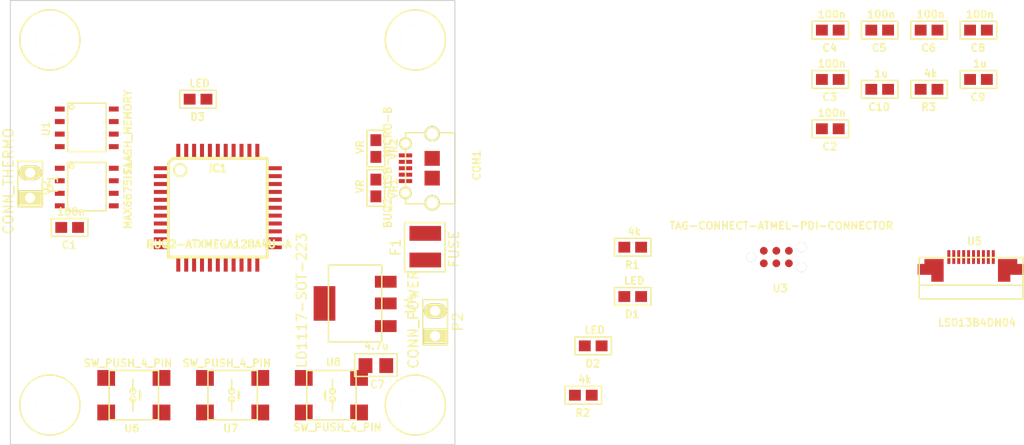
<source format=kicad_pcb>
(kicad_pcb (version 4) (host pcbnew "(2015-01-20 BZR 5383)-product")

  (general
    (links 96)
    (no_connects 96)
    (area 73 63 119 109)
    (thickness 1.6)
    (drawings 4)
    (tracks 0)
    (zones 0)
    (modules 35)
    (nets 26)
  )

  (page A4)
  (layers
    (0 F.Cu signal)
    (31 B.Cu signal)
    (32 B.Adhes user)
    (33 F.Adhes user)
    (34 B.Paste user)
    (35 F.Paste user)
    (36 B.SilkS user)
    (37 F.SilkS user)
    (38 B.Mask user)
    (39 F.Mask user)
    (40 Dwgs.User user)
    (41 Cmts.User user)
    (42 Eco1.User user)
    (43 Eco2.User user)
    (44 Edge.Cuts user)
    (45 Margin user)
    (46 B.CrtYd user)
    (47 F.CrtYd user)
    (48 B.Fab user)
    (49 F.Fab user)
  )

  (setup
    (last_trace_width 0.254)
    (trace_clearance 0.254)
    (zone_clearance 0.508)
    (zone_45_only no)
    (trace_min 0.254)
    (segment_width 0.2)
    (edge_width 0.1)
    (via_size 0.889)
    (via_drill 0.635)
    (via_min_size 0.889)
    (via_min_drill 0.508)
    (uvia_size 0.508)
    (uvia_drill 0.127)
    (uvias_allowed no)
    (uvia_min_size 0.508)
    (uvia_min_drill 0.127)
    (pcb_text_width 0.3)
    (pcb_text_size 1.5 1.5)
    (mod_edge_width 0.15)
    (mod_text_size 1 1)
    (mod_text_width 0.15)
    (pad_size 1.6 1.1)
    (pad_drill 0)
    (pad_to_mask_clearance 0)
    (aux_axis_origin 0 0)
    (visible_elements FFFFFF1F)
    (pcbplotparams
      (layerselection 0x00030_80000001)
      (usegerberextensions false)
      (excludeedgelayer true)
      (linewidth 0.100000)
      (plotframeref false)
      (viasonmask false)
      (mode 1)
      (useauxorigin false)
      (hpglpennumber 1)
      (hpglpenspeed 20)
      (hpglpendiameter 15)
      (hpglpenoverlay 2)
      (psnegative false)
      (psa4output false)
      (plotreference true)
      (plotvalue true)
      (plotinvisibletext false)
      (padsonsilk false)
      (subtractmaskfromsilk false)
      (outputformat 1)
      (mirror false)
      (drillshape 1)
      (scaleselection 1)
      (outputdirectory ""))
  )

  (net 0 "")
  (net 1 /VDD)
  (net 2 GND)
  (net 3 /VBUS)
  (net 4 /D-)
  (net 5 /D+)
  (net 6 /LD0)
  (net 7 "Net-(D1-Pad2)")
  (net 8 /LD1)
  (net 9 "Net-(D2-Pad2)")
  (net 10 /LD2)
  (net 11 "Net-(D3-Pad2)")
  (net 12 "Net-(F1-Pad2)")
  (net 13 /PDI_CLK)
  (net 14 /PDI_DATA)
  (net 15 /SCK)
  (net 16 /MISO)
  (net 17 /MOSI)
  (net 18 /BTN2)
  (net 19 /CSn_FLASH)
  (net 20 /nCS_THERMO)
  (net 21 /BTN1)
  (net 22 /BTN0)
  (net 23 /CS_DISPLAY)
  (net 24 /T+)
  (net 25 /T-)

  (net_class Default "This is the default net class."
    (clearance 0.254)
    (trace_width 0.254)
    (via_dia 0.889)
    (via_drill 0.635)
    (uvia_dia 0.508)
    (uvia_drill 0.127)
    (add_net /BTN0)
    (add_net /BTN1)
    (add_net /BTN2)
    (add_net /CS_DISPLAY)
    (add_net /CSn_FLASH)
    (add_net /D+)
    (add_net /D-)
    (add_net /LD0)
    (add_net /LD1)
    (add_net /LD2)
    (add_net /MISO)
    (add_net /MOSI)
    (add_net /PDI_CLK)
    (add_net /PDI_DATA)
    (add_net /SCK)
    (add_net /T+)
    (add_net /T-)
    (add_net /VBUS)
    (add_net /VDD)
    (add_net /nCS_THERMO)
    (add_net GND)
    (add_net "Net-(D1-Pad2)")
    (add_net "Net-(D2-Pad2)")
    (add_net "Net-(D3-Pad2)")
    (add_net "Net-(F1-Pad2)")
  )

  (module buq2:SM0603 placed (layer F.Cu) (tedit 538CC2C7) (tstamp 54BEB7A6)
    (at 80 87)
    (path /54BE9E8A)
    (fp_text reference C1 (at -0.05 1.8) (layer F.SilkS)
      (effects (font (size 0.75 0.75) (thickness 0.15)))
    )
    (fp_text value 100n (at 0.15 -1.6) (layer F.SilkS)
      (effects (font (size 0.75 0.75) (thickness 0.15)))
    )
    (fp_line (start -1.85 -0.9) (end 1.85 -0.9) (layer F.SilkS) (width 0.15))
    (fp_line (start 1.85 -0.9) (end 1.85 0.9) (layer F.SilkS) (width 0.15))
    (fp_line (start 1.85 0.9) (end -1.85 0.9) (layer F.SilkS) (width 0.15))
    (fp_line (start -1.85 0.9) (end -1.85 -0.9) (layer F.SilkS) (width 0.15))
    (pad 1 smd rect (at -0.85 0) (size 1.2 1.1) (layers F.Cu F.Paste F.Mask)
      (net 1 /VDD))
    (pad 2 smd rect (at 0.85 0) (size 1.2 1.1) (layers F.Cu F.Paste F.Mask)
      (net 2 GND))
  )

  (module buq2:SM0603 placed (layer F.Cu) (tedit 538CC2C7) (tstamp 54BEB7B0)
    (at 157 77)
    (path /54BE9A83)
    (fp_text reference C2 (at -0.05 1.8) (layer F.SilkS)
      (effects (font (size 0.75 0.75) (thickness 0.15)))
    )
    (fp_text value 100n (at 0.15 -1.6) (layer F.SilkS)
      (effects (font (size 0.75 0.75) (thickness 0.15)))
    )
    (fp_line (start -1.85 -0.9) (end 1.85 -0.9) (layer F.SilkS) (width 0.15))
    (fp_line (start 1.85 -0.9) (end 1.85 0.9) (layer F.SilkS) (width 0.15))
    (fp_line (start 1.85 0.9) (end -1.85 0.9) (layer F.SilkS) (width 0.15))
    (fp_line (start -1.85 0.9) (end -1.85 -0.9) (layer F.SilkS) (width 0.15))
    (pad 1 smd rect (at -0.85 0) (size 1.2 1.1) (layers F.Cu F.Paste F.Mask)
      (net 2 GND))
    (pad 2 smd rect (at 0.85 0) (size 1.2 1.1) (layers F.Cu F.Paste F.Mask)
      (net 1 /VDD))
  )

  (module buq2:SM0603 placed (layer F.Cu) (tedit 538CC2C7) (tstamp 54BEB7BA)
    (at 157 72)
    (path /54BE845D)
    (fp_text reference C3 (at -0.05 1.8) (layer F.SilkS)
      (effects (font (size 0.75 0.75) (thickness 0.15)))
    )
    (fp_text value 100n (at 0.15 -1.6) (layer F.SilkS)
      (effects (font (size 0.75 0.75) (thickness 0.15)))
    )
    (fp_line (start -1.85 -0.9) (end 1.85 -0.9) (layer F.SilkS) (width 0.15))
    (fp_line (start 1.85 -0.9) (end 1.85 0.9) (layer F.SilkS) (width 0.15))
    (fp_line (start 1.85 0.9) (end -1.85 0.9) (layer F.SilkS) (width 0.15))
    (fp_line (start -1.85 0.9) (end -1.85 -0.9) (layer F.SilkS) (width 0.15))
    (pad 1 smd rect (at -0.85 0) (size 1.2 1.1) (layers F.Cu F.Paste F.Mask)
      (net 2 GND))
    (pad 2 smd rect (at 0.85 0) (size 1.2 1.1) (layers F.Cu F.Paste F.Mask)
      (net 1 /VDD))
  )

  (module buq2:SM0603 placed (layer F.Cu) (tedit 538CC2C7) (tstamp 54BEB7C4)
    (at 157 67)
    (path /54BE84AE)
    (fp_text reference C4 (at -0.05 1.8) (layer F.SilkS)
      (effects (font (size 0.75 0.75) (thickness 0.15)))
    )
    (fp_text value 100n (at 0.15 -1.6) (layer F.SilkS)
      (effects (font (size 0.75 0.75) (thickness 0.15)))
    )
    (fp_line (start -1.85 -0.9) (end 1.85 -0.9) (layer F.SilkS) (width 0.15))
    (fp_line (start 1.85 -0.9) (end 1.85 0.9) (layer F.SilkS) (width 0.15))
    (fp_line (start 1.85 0.9) (end -1.85 0.9) (layer F.SilkS) (width 0.15))
    (fp_line (start -1.85 0.9) (end -1.85 -0.9) (layer F.SilkS) (width 0.15))
    (pad 1 smd rect (at -0.85 0) (size 1.2 1.1) (layers F.Cu F.Paste F.Mask)
      (net 2 GND))
    (pad 2 smd rect (at 0.85 0) (size 1.2 1.1) (layers F.Cu F.Paste F.Mask)
      (net 1 /VDD))
  )

  (module buq2:SM0603 placed (layer F.Cu) (tedit 538CC2C7) (tstamp 54BEB7CE)
    (at 162 67)
    (path /54BE84CB)
    (fp_text reference C5 (at -0.05 1.8) (layer F.SilkS)
      (effects (font (size 0.75 0.75) (thickness 0.15)))
    )
    (fp_text value 100n (at 0.15 -1.6) (layer F.SilkS)
      (effects (font (size 0.75 0.75) (thickness 0.15)))
    )
    (fp_line (start -1.85 -0.9) (end 1.85 -0.9) (layer F.SilkS) (width 0.15))
    (fp_line (start 1.85 -0.9) (end 1.85 0.9) (layer F.SilkS) (width 0.15))
    (fp_line (start 1.85 0.9) (end -1.85 0.9) (layer F.SilkS) (width 0.15))
    (fp_line (start -1.85 0.9) (end -1.85 -0.9) (layer F.SilkS) (width 0.15))
    (pad 1 smd rect (at -0.85 0) (size 1.2 1.1) (layers F.Cu F.Paste F.Mask)
      (net 2 GND))
    (pad 2 smd rect (at 0.85 0) (size 1.2 1.1) (layers F.Cu F.Paste F.Mask)
      (net 1 /VDD))
  )

  (module buq2:SM0603 placed (layer F.Cu) (tedit 538CC2C7) (tstamp 54BEB7D8)
    (at 167 67)
    (path /54BE84F5)
    (fp_text reference C6 (at -0.05 1.8) (layer F.SilkS)
      (effects (font (size 0.75 0.75) (thickness 0.15)))
    )
    (fp_text value 100n (at 0.15 -1.6) (layer F.SilkS)
      (effects (font (size 0.75 0.75) (thickness 0.15)))
    )
    (fp_line (start -1.85 -0.9) (end 1.85 -0.9) (layer F.SilkS) (width 0.15))
    (fp_line (start 1.85 -0.9) (end 1.85 0.9) (layer F.SilkS) (width 0.15))
    (fp_line (start 1.85 0.9) (end -1.85 0.9) (layer F.SilkS) (width 0.15))
    (fp_line (start -1.85 0.9) (end -1.85 -0.9) (layer F.SilkS) (width 0.15))
    (pad 1 smd rect (at -0.85 0) (size 1.2 1.1) (layers F.Cu F.Paste F.Mask)
      (net 2 GND))
    (pad 2 smd rect (at 0.85 0) (size 1.2 1.1) (layers F.Cu F.Paste F.Mask)
      (net 1 /VDD))
  )

  (module buq2:SM0805 placed (layer F.Cu) (tedit 538CC2AD) (tstamp 54BEB7E2)
    (at 111 101)
    (path /54BEBB30)
    (fp_text reference C7 (at 0.15 1.9) (layer F.SilkS)
      (effects (font (size 0.75 0.75) (thickness 0.125)))
    )
    (fp_text value 4.7u (at 0.05 -2) (layer F.SilkS)
      (effects (font (size 0.75 0.75) (thickness 0.15)))
    )
    (fp_line (start -2.15 -1.2) (end 2.15 -1.2) (layer F.SilkS) (width 0.15))
    (fp_line (start 2.15 -1.2) (end 2.15 1.1) (layer F.SilkS) (width 0.15))
    (fp_line (start 2.15 1.1) (end -2.15 1.1) (layer F.SilkS) (width 0.15))
    (fp_line (start -2.15 1.1) (end -2.15 -1.2) (layer F.SilkS) (width 0.15))
    (pad 1 smd rect (at -1.05 0) (size 1.4 1.5) (layers F.Cu F.Paste F.Mask)
      (net 1 /VDD))
    (pad 2 smd rect (at 1.05 0) (size 1.4 1.5) (layers F.Cu F.Paste F.Mask)
      (net 2 GND))
  )

  (module buq2:SM0603 placed (layer F.Cu) (tedit 538CC2C7) (tstamp 54BEB7EC)
    (at 172 67)
    (path /54BEACE1)
    (fp_text reference C8 (at -0.05 1.8) (layer F.SilkS)
      (effects (font (size 0.75 0.75) (thickness 0.15)))
    )
    (fp_text value 100n (at 0.15 -1.6) (layer F.SilkS)
      (effects (font (size 0.75 0.75) (thickness 0.15)))
    )
    (fp_line (start -1.85 -0.9) (end 1.85 -0.9) (layer F.SilkS) (width 0.15))
    (fp_line (start 1.85 -0.9) (end 1.85 0.9) (layer F.SilkS) (width 0.15))
    (fp_line (start 1.85 0.9) (end -1.85 0.9) (layer F.SilkS) (width 0.15))
    (fp_line (start -1.85 0.9) (end -1.85 -0.9) (layer F.SilkS) (width 0.15))
    (pad 1 smd rect (at -0.85 0) (size 1.2 1.1) (layers F.Cu F.Paste F.Mask)
      (net 1 /VDD))
    (pad 2 smd rect (at 0.85 0) (size 1.2 1.1) (layers F.Cu F.Paste F.Mask)
      (net 2 GND))
  )

  (module buq2:SM0603 placed (layer F.Cu) (tedit 538CC2C7) (tstamp 54BEB7F6)
    (at 172 72)
    (path /54BEAD22)
    (fp_text reference C9 (at -0.05 1.8) (layer F.SilkS)
      (effects (font (size 0.75 0.75) (thickness 0.15)))
    )
    (fp_text value 1u (at 0.15 -1.6) (layer F.SilkS)
      (effects (font (size 0.75 0.75) (thickness 0.15)))
    )
    (fp_line (start -1.85 -0.9) (end 1.85 -0.9) (layer F.SilkS) (width 0.15))
    (fp_line (start 1.85 -0.9) (end 1.85 0.9) (layer F.SilkS) (width 0.15))
    (fp_line (start 1.85 0.9) (end -1.85 0.9) (layer F.SilkS) (width 0.15))
    (fp_line (start -1.85 0.9) (end -1.85 -0.9) (layer F.SilkS) (width 0.15))
    (pad 1 smd rect (at -0.85 0) (size 1.2 1.1) (layers F.Cu F.Paste F.Mask)
      (net 1 /VDD))
    (pad 2 smd rect (at 0.85 0) (size 1.2 1.1) (layers F.Cu F.Paste F.Mask)
      (net 2 GND))
  )

  (module buq2:SM0603 placed (layer F.Cu) (tedit 538CC2C7) (tstamp 54BEB800)
    (at 162 73)
    (path /54BEAD65)
    (fp_text reference C10 (at -0.05 1.8) (layer F.SilkS)
      (effects (font (size 0.75 0.75) (thickness 0.15)))
    )
    (fp_text value 1u (at 0.15 -1.6) (layer F.SilkS)
      (effects (font (size 0.75 0.75) (thickness 0.15)))
    )
    (fp_line (start -1.85 -0.9) (end 1.85 -0.9) (layer F.SilkS) (width 0.15))
    (fp_line (start 1.85 -0.9) (end 1.85 0.9) (layer F.SilkS) (width 0.15))
    (fp_line (start 1.85 0.9) (end -1.85 0.9) (layer F.SilkS) (width 0.15))
    (fp_line (start -1.85 0.9) (end -1.85 -0.9) (layer F.SilkS) (width 0.15))
    (pad 1 smd rect (at -0.85 0) (size 1.2 1.1) (layers F.Cu F.Paste F.Mask)
      (net 1 /VDD))
    (pad 2 smd rect (at 0.85 0) (size 1.2 1.1) (layers F.Cu F.Paste F.Mask)
      (net 2 GND))
  )

  (module buq2:USB-MICRO-B-FCI-10118194 placed (layer F.Cu) (tedit 5461AE2A) (tstamp 54BEB817)
    (at 114 81 90)
    (descr http://portal.fciconnect.com/Comergent//fci/drawing/10118194.pdf)
    (tags "FCI, USB, MICRO B")
    (path /54BE94B8)
    (fp_text reference CON1 (at 0.3 7.2 90) (layer F.SilkS)
      (effects (font (size 0.75 0.75) (thickness 0.15)))
    )
    (fp_text value BUQ2-USB-MICRO-B (at 0.1 -1.8 90) (layer F.SilkS)
      (effects (font (size 0.75 0.75) (thickness 0.15)))
    )
    (fp_text user "This portion lower than PCB" (at 0.25 6 90) (layer Dwgs.User)
      (effects (font (size 0.5 0.5) (thickness 0.125)))
    )
    (fp_line (start 3.6 5) (end 3.6 5.55) (layer Dwgs.User) (width 0.15))
    (fp_line (start 3.6 5.55) (end -3.6 5.55) (layer Dwgs.User) (width 0.15))
    (fp_line (start -3.6 5.55) (end -3.6 5) (layer Dwgs.User) (width 0.15))
    (fp_line (start 3.6 0) (end -3.6 0) (layer F.SilkS) (width 0.15))
    (fp_line (start -3.6 5) (end 3.6 5) (layer F.SilkS) (width 0.15))
    (fp_line (start 3.6 0) (end 3.6 5) (layer F.SilkS) (width 0.15))
    (fp_line (start -3.6 5) (end -3.6 0) (layer F.SilkS) (width 0.15))
    (pad 1 smd rect (at -1.3 0 90) (size 0.4 1.35) (layers F.Cu F.Paste F.Mask)
      (net 3 /VBUS))
    (pad 2 smd rect (at -0.65 0 90) (size 0.4 1.35) (layers F.Cu F.Paste F.Mask)
      (net 4 /D-))
    (pad 3 smd rect (at 0 0 90) (size 0.4 1.35) (layers F.Cu F.Paste F.Mask)
      (net 5 /D+))
    (pad 4 smd rect (at 0.65 0 90) (size 0.4 1.35) (layers F.Cu F.Paste F.Mask))
    (pad 5 smd rect (at 1.3 0 90) (size 0.4 1.35) (layers F.Cu F.Paste F.Mask)
      (net 2 GND))
    (pad 6 thru_hole circle (at 2.5 0 90) (size 1.25 1.25) (drill 0.85) (layers *.Cu *.Mask F.SilkS)
      (net 2 GND))
    (pad 6 thru_hole circle (at -2.5 0 90) (size 1.25 1.25) (drill 0.85) (layers *.Cu *.Mask F.SilkS)
      (net 2 GND))
    (pad 6 thru_hole circle (at 3.5 2.7 90) (size 1.55 1.55) (drill 1.15) (layers *.Cu *.Mask F.SilkS)
      (net 2 GND))
    (pad 6 thru_hole circle (at -3.5 2.7 90) (size 1.55 1.55) (drill 1.15) (layers *.Cu *.Mask F.SilkS)
      (net 2 GND))
    (pad 6 smd rect (at 1 2.7 90) (size 1.5 1.55) (layers F.Cu F.Paste F.Mask)
      (net 2 GND))
    (pad 6 smd rect (at -1 2.7 90) (size 1.5 1.55) (layers F.Cu F.Paste F.Mask)
      (net 2 GND))
  )

  (module buq2:SM0603 placed (layer F.Cu) (tedit 538CC2C7) (tstamp 54BEB821)
    (at 137 94)
    (path /54BECE59)
    (fp_text reference D1 (at -0.05 1.8) (layer F.SilkS)
      (effects (font (size 0.75 0.75) (thickness 0.15)))
    )
    (fp_text value LED (at 0.15 -1.6) (layer F.SilkS)
      (effects (font (size 0.75 0.75) (thickness 0.15)))
    )
    (fp_line (start -1.85 -0.9) (end 1.85 -0.9) (layer F.SilkS) (width 0.15))
    (fp_line (start 1.85 -0.9) (end 1.85 0.9) (layer F.SilkS) (width 0.15))
    (fp_line (start 1.85 0.9) (end -1.85 0.9) (layer F.SilkS) (width 0.15))
    (fp_line (start -1.85 0.9) (end -1.85 -0.9) (layer F.SilkS) (width 0.15))
    (pad 1 smd rect (at -0.85 0) (size 1.2 1.1) (layers F.Cu F.Paste F.Mask)
      (net 6 /LD0))
    (pad 2 smd rect (at 0.85 0) (size 1.2 1.1) (layers F.Cu F.Paste F.Mask)
      (net 7 "Net-(D1-Pad2)"))
  )

  (module buq2:SM0603 placed (layer F.Cu) (tedit 538CC2C7) (tstamp 54BEB82B)
    (at 133 99)
    (path /54BED2DA)
    (fp_text reference D2 (at -0.05 1.8) (layer F.SilkS)
      (effects (font (size 0.75 0.75) (thickness 0.15)))
    )
    (fp_text value LED (at 0.15 -1.6) (layer F.SilkS)
      (effects (font (size 0.75 0.75) (thickness 0.15)))
    )
    (fp_line (start -1.85 -0.9) (end 1.85 -0.9) (layer F.SilkS) (width 0.15))
    (fp_line (start 1.85 -0.9) (end 1.85 0.9) (layer F.SilkS) (width 0.15))
    (fp_line (start 1.85 0.9) (end -1.85 0.9) (layer F.SilkS) (width 0.15))
    (fp_line (start -1.85 0.9) (end -1.85 -0.9) (layer F.SilkS) (width 0.15))
    (pad 1 smd rect (at -0.85 0) (size 1.2 1.1) (layers F.Cu F.Paste F.Mask)
      (net 8 /LD1))
    (pad 2 smd rect (at 0.85 0) (size 1.2 1.1) (layers F.Cu F.Paste F.Mask)
      (net 9 "Net-(D2-Pad2)"))
  )

  (module buq2:SM0603 placed (layer F.Cu) (tedit 538CC2C7) (tstamp 54BEB835)
    (at 93 74)
    (path /54BED34B)
    (fp_text reference D3 (at -0.05 1.8) (layer F.SilkS)
      (effects (font (size 0.75 0.75) (thickness 0.15)))
    )
    (fp_text value LED (at 0.15 -1.6) (layer F.SilkS)
      (effects (font (size 0.75 0.75) (thickness 0.15)))
    )
    (fp_line (start -1.85 -0.9) (end 1.85 -0.9) (layer F.SilkS) (width 0.15))
    (fp_line (start 1.85 -0.9) (end 1.85 0.9) (layer F.SilkS) (width 0.15))
    (fp_line (start 1.85 0.9) (end -1.85 0.9) (layer F.SilkS) (width 0.15))
    (fp_line (start -1.85 0.9) (end -1.85 -0.9) (layer F.SilkS) (width 0.15))
    (pad 1 smd rect (at -0.85 0) (size 1.2 1.1) (layers F.Cu F.Paste F.Mask)
      (net 10 /LD2))
    (pad 2 smd rect (at 0.85 0) (size 1.2 1.1) (layers F.Cu F.Paste F.Mask)
      (net 11 "Net-(D3-Pad2)"))
  )

  (module buq2:RESETTABLE_FUSE_BOURNS placed (layer F.Cu) (tedit 538CC323) (tstamp 54BEB83F)
    (at 116 89 270)
    (path /54BEBD00)
    (fp_text reference F1 (at 0 3 270) (layer F.SilkS)
      (effects (font (size 1 1) (thickness 0.15)))
    )
    (fp_text value FUSE (at 0.2 -2.9 270) (layer F.SilkS)
      (effects (font (size 1 1) (thickness 0.15)))
    )
    (fp_line (start -2.5 -2) (end 2.5 -2) (layer F.SilkS) (width 0.15))
    (fp_line (start 2.5 -2) (end 2.5 2.1) (layer F.SilkS) (width 0.15))
    (fp_line (start 2.5 2.1) (end -2.5 2.1) (layer F.SilkS) (width 0.15))
    (fp_line (start -2.5 2.1) (end -2.5 -2) (layer F.SilkS) (width 0.15))
    (pad 1 smd rect (at -1.4 0 270) (size 1.5 3.2) (layers F.Cu F.Paste F.Mask)
      (net 3 /VBUS))
    (pad 2 smd rect (at 1.3 0 270) (size 1.5 3.2) (layers F.Cu F.Paste F.Mask)
      (net 12 "Net-(F1-Pad2)"))
  )

  (module buq2:BUQ2-TQFP44 placed (layer F.Cu) (tedit 5461AD2A) (tstamp 54BEB875)
    (at 95 85)
    (path /54BE8389)
    (attr smd)
    (fp_text reference IC1 (at 0 -4) (layer F.SilkS)
      (effects (font (size 0.75 0.75) (thickness 0.1875)))
    )
    (fp_text value BUQ2-ATXMEGA128A4U-A (at 0.1 3.7) (layer F.SilkS)
      (effects (font (size 0.75 0.75) (thickness 0.1875)))
    )
    (fp_line (start 5.0038 -5.0038) (end 5.0038 5.0038) (layer F.SilkS) (width 0.3048))
    (fp_line (start 5.0038 5.0038) (end -5.0038 5.0038) (layer F.SilkS) (width 0.3048))
    (fp_line (start -5.0038 -4.5212) (end -5.0038 5.0038) (layer F.SilkS) (width 0.3048))
    (fp_line (start -4.5212 -5.0038) (end 5.0038 -5.0038) (layer F.SilkS) (width 0.3048))
    (fp_line (start -5.0038 -4.5212) (end -4.5212 -5.0038) (layer F.SilkS) (width 0.3048))
    (fp_circle (center -3.81 -3.81) (end -3.81 -3.175) (layer F.SilkS) (width 0.2032))
    (pad 39 smd rect (at 0 -5.715) (size 0.4064 1.524) (layers F.Cu F.Paste F.Mask)
      (net 1 /VDD))
    (pad 40 smd rect (at -0.8001 -5.715) (size 0.4064 1.524) (layers F.Cu F.Paste F.Mask)
      (net 6 /LD0))
    (pad 41 smd rect (at -1.6002 -5.715) (size 0.4064 1.524) (layers F.Cu F.Paste F.Mask)
      (net 8 /LD1))
    (pad 42 smd rect (at -2.4003 -5.715) (size 0.4064 1.524) (layers F.Cu F.Paste F.Mask)
      (net 10 /LD2))
    (pad 43 smd rect (at -3.2004 -5.715) (size 0.4064 1.524) (layers F.Cu F.Paste F.Mask))
    (pad 44 smd rect (at -4.0005 -5.715) (size 0.4064 1.524) (layers F.Cu F.Paste F.Mask))
    (pad 38 smd rect (at 0.8001 -5.715) (size 0.4064 1.524) (layers F.Cu F.Paste F.Mask)
      (net 2 GND))
    (pad 37 smd rect (at 1.6002 -5.715) (size 0.4064 1.524) (layers F.Cu F.Paste F.Mask))
    (pad 36 smd rect (at 2.4003 -5.715) (size 0.4064 1.524) (layers F.Cu F.Paste F.Mask))
    (pad 35 smd rect (at 3.2004 -5.715) (size 0.4064 1.524) (layers F.Cu F.Paste F.Mask)
      (net 13 /PDI_CLK))
    (pad 34 smd rect (at 4.0005 -5.715) (size 0.4064 1.524) (layers F.Cu F.Paste F.Mask)
      (net 14 /PDI_DATA))
    (pad 17 smd rect (at 0 5.715) (size 0.4064 1.524) (layers F.Cu F.Paste F.Mask)
      (net 15 /SCK))
    (pad 16 smd rect (at -0.8001 5.715) (size 0.4064 1.524) (layers F.Cu F.Paste F.Mask)
      (net 16 /MISO))
    (pad 15 smd rect (at -1.6002 5.715) (size 0.4064 1.524) (layers F.Cu F.Paste F.Mask)
      (net 17 /MOSI))
    (pad 14 smd rect (at -2.4003 5.715) (size 0.4064 1.524) (layers F.Cu F.Paste F.Mask))
    (pad 13 smd rect (at -3.2004 5.715) (size 0.4064 1.524) (layers F.Cu F.Paste F.Mask))
    (pad 12 smd rect (at -4.0005 5.715) (size 0.4064 1.524) (layers F.Cu F.Paste F.Mask))
    (pad 18 smd rect (at 0.8001 5.715) (size 0.4064 1.524) (layers F.Cu F.Paste F.Mask)
      (net 2 GND))
    (pad 19 smd rect (at 1.6002 5.715) (size 0.4064 1.524) (layers F.Cu F.Paste F.Mask)
      (net 1 /VDD))
    (pad 20 smd rect (at 2.4003 5.715) (size 0.4064 1.524) (layers F.Cu F.Paste F.Mask))
    (pad 21 smd rect (at 3.2004 5.715) (size 0.4064 1.524) (layers F.Cu F.Paste F.Mask))
    (pad 22 smd rect (at 4.0005 5.715) (size 0.4064 1.524) (layers F.Cu F.Paste F.Mask))
    (pad 6 smd rect (at -5.715 0) (size 1.524 0.4064) (layers F.Cu F.Paste F.Mask)
      (net 18 /BTN2))
    (pad 28 smd rect (at 5.715 0) (size 1.524 0.4064) (layers F.Cu F.Paste F.Mask)
      (net 19 /CSn_FLASH))
    (pad 7 smd rect (at -5.715 0.8001) (size 1.524 0.4064) (layers F.Cu F.Paste F.Mask))
    (pad 27 smd rect (at 5.715 0.8001) (size 1.524 0.4064) (layers F.Cu F.Paste F.Mask)
      (net 5 /D+))
    (pad 26 smd rect (at 5.715 1.6002) (size 1.524 0.4064) (layers F.Cu F.Paste F.Mask)
      (net 4 /D-))
    (pad 8 smd rect (at -5.715 1.6002) (size 1.524 0.4064) (layers F.Cu F.Paste F.Mask)
      (net 2 GND))
    (pad 9 smd rect (at -5.715 2.4003) (size 1.524 0.4064) (layers F.Cu F.Paste F.Mask)
      (net 1 /VDD))
    (pad 25 smd rect (at 5.715 2.4003) (size 1.524 0.4064) (layers F.Cu F.Paste F.Mask))
    (pad 24 smd rect (at 5.715 3.2004) (size 1.524 0.4064) (layers F.Cu F.Paste F.Mask))
    (pad 10 smd rect (at -5.715 3.2004) (size 1.524 0.4064) (layers F.Cu F.Paste F.Mask))
    (pad 11 smd rect (at -5.715 4.0005) (size 1.524 0.4064) (layers F.Cu F.Paste F.Mask))
    (pad 23 smd rect (at 5.715 4.0005) (size 1.524 0.4064) (layers F.Cu F.Paste F.Mask))
    (pad 29 smd rect (at 5.715 -0.8001) (size 1.524 0.4064) (layers F.Cu F.Paste F.Mask)
      (net 20 /nCS_THERMO))
    (pad 5 smd rect (at -5.715 -0.8001) (size 1.524 0.4064) (layers F.Cu F.Paste F.Mask)
      (net 21 /BTN1))
    (pad 4 smd rect (at -5.715 -1.6002) (size 1.524 0.4064) (layers F.Cu F.Paste F.Mask)
      (net 22 /BTN0))
    (pad 30 smd rect (at 5.715 -1.6002) (size 1.524 0.4064) (layers F.Cu F.Paste F.Mask)
      (net 2 GND))
    (pad 31 smd rect (at 5.715 -2.4003) (size 1.524 0.4064) (layers F.Cu F.Paste F.Mask)
      (net 1 /VDD))
    (pad 3 smd rect (at -5.715 -2.4003) (size 1.524 0.4064) (layers F.Cu F.Paste F.Mask))
    (pad 2 smd rect (at -5.715 -3.2004) (size 1.524 0.4064) (layers F.Cu F.Paste F.Mask))
    (pad 32 smd rect (at 5.715 -3.2004) (size 1.524 0.4064) (layers F.Cu F.Paste F.Mask)
      (net 23 /CS_DISPLAY))
    (pad 33 smd rect (at 5.715 -4.0005) (size 1.524 0.4064) (layers F.Cu F.Paste F.Mask))
    (pad 1 smd rect (at -5.715 -4.0005) (size 1.524 0.4064) (layers F.Cu F.Paste F.Mask))
  )

  (module buq2:PIN_HEADER_2 placed (layer F.Cu) (tedit 54611895) (tstamp 54BEB87F)
    (at 76 84 90)
    (path /54BEA1D6)
    (fp_text reference P1 (at 1.4335 2.3 90) (layer F.SilkS)
      (effects (font (size 1 1) (thickness 0.15)))
    )
    (fp_text value CONN_THERMO (at 1.6835 -2.2 90) (layer F.SilkS)
      (effects (font (size 1 1) (thickness 0.15)))
    )
    (fp_line (start -0.9165 -1.25) (end -0.9165 1.25) (layer F.SilkS) (width 0.15))
    (fp_line (start -0.9065 1.25) (end 3.6935 1.25) (layer F.SilkS) (width 0.15))
    (fp_line (start 3.6835 1.25) (end 3.6835 -1.25) (layer F.SilkS) (width 0.15))
    (fp_line (start 3.6935 -1.25) (end -0.9065 -1.25) (layer F.SilkS) (width 0.15))
    (pad 1 thru_hole rect (at 0 0 90) (size 1.5 2.3) (drill 1.02) (layers *.Cu *.Mask F.SilkS)
      (net 24 /T+))
    (pad 2 thru_hole oval (at 2.54 0 90) (size 1.5 2.3) (drill 1.02) (layers *.Cu *.Mask F.SilkS)
      (net 25 /T-))
  )

  (module buq2:PIN_HEADER_2 placed (layer F.Cu) (tedit 54611895) (tstamp 54BEB889)
    (at 117 98 90)
    (path /54BEB6B2)
    (fp_text reference P2 (at 1.4335 2.3 90) (layer F.SilkS)
      (effects (font (size 1 1) (thickness 0.15)))
    )
    (fp_text value CONN_POWER (at 1.6835 -2.2 90) (layer F.SilkS)
      (effects (font (size 1 1) (thickness 0.15)))
    )
    (fp_line (start -0.9165 -1.25) (end -0.9165 1.25) (layer F.SilkS) (width 0.15))
    (fp_line (start -0.9065 1.25) (end 3.6935 1.25) (layer F.SilkS) (width 0.15))
    (fp_line (start 3.6835 1.25) (end 3.6835 -1.25) (layer F.SilkS) (width 0.15))
    (fp_line (start 3.6935 -1.25) (end -0.9065 -1.25) (layer F.SilkS) (width 0.15))
    (pad 1 thru_hole rect (at 0 0 90) (size 1.5 2.3) (drill 1.02) (layers *.Cu *.Mask F.SilkS)
      (net 2 GND))
    (pad 2 thru_hole oval (at 2.54 0 90) (size 1.5 2.3) (drill 1.02) (layers *.Cu *.Mask F.SilkS)
      (net 3 /VBUS))
  )

  (module buq2:SM0603 placed (layer F.Cu) (tedit 538CC2C7) (tstamp 54BEB893)
    (at 137 89)
    (path /54BECF0E)
    (fp_text reference R1 (at -0.05 1.8) (layer F.SilkS)
      (effects (font (size 0.75 0.75) (thickness 0.15)))
    )
    (fp_text value 4k (at 0.15 -1.6) (layer F.SilkS)
      (effects (font (size 0.75 0.75) (thickness 0.15)))
    )
    (fp_line (start -1.85 -0.9) (end 1.85 -0.9) (layer F.SilkS) (width 0.15))
    (fp_line (start 1.85 -0.9) (end 1.85 0.9) (layer F.SilkS) (width 0.15))
    (fp_line (start 1.85 0.9) (end -1.85 0.9) (layer F.SilkS) (width 0.15))
    (fp_line (start -1.85 0.9) (end -1.85 -0.9) (layer F.SilkS) (width 0.15))
    (pad 1 smd rect (at -0.85 0) (size 1.2 1.1) (layers F.Cu F.Paste F.Mask)
      (net 2 GND))
    (pad 2 smd rect (at 0.85 0) (size 1.2 1.1) (layers F.Cu F.Paste F.Mask)
      (net 7 "Net-(D1-Pad2)"))
  )

  (module buq2:SM0603 placed (layer F.Cu) (tedit 538CC2C7) (tstamp 54BEB89D)
    (at 132 104)
    (path /54BED2E0)
    (fp_text reference R2 (at -0.05 1.8) (layer F.SilkS)
      (effects (font (size 0.75 0.75) (thickness 0.15)))
    )
    (fp_text value 4k (at 0.15 -1.6) (layer F.SilkS)
      (effects (font (size 0.75 0.75) (thickness 0.15)))
    )
    (fp_line (start -1.85 -0.9) (end 1.85 -0.9) (layer F.SilkS) (width 0.15))
    (fp_line (start 1.85 -0.9) (end 1.85 0.9) (layer F.SilkS) (width 0.15))
    (fp_line (start 1.85 0.9) (end -1.85 0.9) (layer F.SilkS) (width 0.15))
    (fp_line (start -1.85 0.9) (end -1.85 -0.9) (layer F.SilkS) (width 0.15))
    (pad 1 smd rect (at -0.85 0) (size 1.2 1.1) (layers F.Cu F.Paste F.Mask)
      (net 2 GND))
    (pad 2 smd rect (at 0.85 0) (size 1.2 1.1) (layers F.Cu F.Paste F.Mask)
      (net 9 "Net-(D2-Pad2)"))
  )

  (module buq2:SM0603 placed (layer F.Cu) (tedit 538CC2C7) (tstamp 54BEB8A7)
    (at 167 73)
    (path /54BED351)
    (fp_text reference R3 (at -0.05 1.8) (layer F.SilkS)
      (effects (font (size 0.75 0.75) (thickness 0.15)))
    )
    (fp_text value 4k (at 0.15 -1.6) (layer F.SilkS)
      (effects (font (size 0.75 0.75) (thickness 0.15)))
    )
    (fp_line (start -1.85 -0.9) (end 1.85 -0.9) (layer F.SilkS) (width 0.15))
    (fp_line (start 1.85 -0.9) (end 1.85 0.9) (layer F.SilkS) (width 0.15))
    (fp_line (start 1.85 0.9) (end -1.85 0.9) (layer F.SilkS) (width 0.15))
    (fp_line (start -1.85 0.9) (end -1.85 -0.9) (layer F.SilkS) (width 0.15))
    (pad 1 smd rect (at -0.85 0) (size 1.2 1.1) (layers F.Cu F.Paste F.Mask)
      (net 2 GND))
    (pad 2 smd rect (at 0.85 0) (size 1.2 1.1) (layers F.Cu F.Paste F.Mask)
      (net 11 "Net-(D3-Pad2)"))
  )

  (module buq2:8-SOIC placed (layer F.Cu) (tedit 5461ACC8) (tstamp 54BEB8B8)
    (at 79 75 270)
    (path /54BE9965)
    (fp_text reference U1 (at 2 1.4 270) (layer F.SilkS)
      (effects (font (size 0.75 0.75) (thickness 0.15)))
    )
    (fp_text value FLASH_MEMORY (at 2.31 -6.9 270) (layer F.SilkS)
      (effects (font (size 0.75 0.75) (thickness 0.15)))
    )
    (fp_circle (center -0.19 -1.2) (end -0.09 -1) (layer F.SilkS) (width 0.15))
    (fp_line (start -0.59 -4.7) (end 4.31 -4.7) (layer F.SilkS) (width 0.15))
    (fp_line (start 4.31 -4.7) (end 4.31 -0.8) (layer F.SilkS) (width 0.15))
    (fp_line (start 4.31 -0.8) (end -0.59 -0.8) (layer F.SilkS) (width 0.15))
    (fp_line (start -0.59 -0.8) (end -0.59 -4.7) (layer F.SilkS) (width 0.15))
    (pad 1 smd rect (at 0 0 270) (size 0.51 0.99) (layers F.Cu F.Paste F.Mask)
      (net 19 /CSn_FLASH))
    (pad 2 smd rect (at 1.27 0 270) (size 0.51 0.99) (layers F.Cu F.Paste F.Mask)
      (net 16 /MISO))
    (pad 3 smd rect (at 2.54 0 270) (size 0.51 0.99) (layers F.Cu F.Paste F.Mask)
      (net 1 /VDD))
    (pad 4 smd rect (at 3.81 0 270) (size 0.51 0.99) (layers F.Cu F.Paste F.Mask)
      (net 2 GND))
    (pad 5 smd rect (at 3.81 -5.47 270) (size 0.51 0.99) (layers F.Cu F.Paste F.Mask)
      (net 17 /MOSI))
    (pad 6 smd rect (at 2.54 -5.47 270) (size 0.51 0.99) (layers F.Cu F.Paste F.Mask)
      (net 15 /SCK))
    (pad 7 smd rect (at 1.27 -5.47 270) (size 0.51 0.99) (layers F.Cu F.Paste F.Mask)
      (net 1 /VDD))
    (pad 8 smd rect (at 0 -5.47 270) (size 0.51 0.99) (layers F.Cu F.Paste F.Mask)
      (net 1 /VDD))
  )

  (module buq2:8-SOIC placed (layer F.Cu) (tedit 5461ACC8) (tstamp 54BEB8C9)
    (at 79 81 270)
    (path /54BE90F4)
    (fp_text reference U2 (at 2 1.4 270) (layer F.SilkS)
      (effects (font (size 0.75 0.75) (thickness 0.15)))
    )
    (fp_text value MAX6675ISA+ (at 2.31 -6.9 270) (layer F.SilkS)
      (effects (font (size 0.75 0.75) (thickness 0.15)))
    )
    (fp_circle (center -0.19 -1.2) (end -0.09 -1) (layer F.SilkS) (width 0.15))
    (fp_line (start -0.59 -4.7) (end 4.31 -4.7) (layer F.SilkS) (width 0.15))
    (fp_line (start 4.31 -4.7) (end 4.31 -0.8) (layer F.SilkS) (width 0.15))
    (fp_line (start 4.31 -0.8) (end -0.59 -0.8) (layer F.SilkS) (width 0.15))
    (fp_line (start -0.59 -0.8) (end -0.59 -4.7) (layer F.SilkS) (width 0.15))
    (pad 1 smd rect (at 0 0 270) (size 0.51 0.99) (layers F.Cu F.Paste F.Mask)
      (net 2 GND))
    (pad 2 smd rect (at 1.27 0 270) (size 0.51 0.99) (layers F.Cu F.Paste F.Mask)
      (net 25 /T-))
    (pad 3 smd rect (at 2.54 0 270) (size 0.51 0.99) (layers F.Cu F.Paste F.Mask)
      (net 24 /T+))
    (pad 4 smd rect (at 3.81 0 270) (size 0.51 0.99) (layers F.Cu F.Paste F.Mask)
      (net 1 /VDD))
    (pad 5 smd rect (at 3.81 -5.47 270) (size 0.51 0.99) (layers F.Cu F.Paste F.Mask)
      (net 15 /SCK))
    (pad 6 smd rect (at 2.54 -5.47 270) (size 0.51 0.99) (layers F.Cu F.Paste F.Mask)
      (net 20 /nCS_THERMO))
    (pad 7 smd rect (at 1.27 -5.47 270) (size 0.51 0.99) (layers F.Cu F.Paste F.Mask)
      (net 16 /MISO))
    (pad 8 smd rect (at 0 -5.47 270) (size 0.51 0.99) (layers F.Cu F.Paste F.Mask))
  )

  (module buq2:TAG-CONNECT6 placed (layer F.Cu) (tedit 5461AE60) (tstamp 54BEB8D6)
    (at 149 90)
    (path /54BE86A1)
    (fp_text reference U3 (at 2.921 3.175) (layer F.SilkS)
      (effects (font (size 0.75 0.75) (thickness 0.15)))
    )
    (fp_text value TAG-CONNECT-ATMEL-PDI-CONNECTOR (at 3.048 -3.175) (layer F.SilkS)
      (effects (font (size 0.75 0.75) (thickness 0.15)))
    )
    (pad "" thru_hole circle (at 0 0) (size 0.991 0.991) (drill 0.991) (layers *.Cu *.Mask F.SilkS))
    (pad "" thru_hole circle (at 5.08 -1.016) (size 0.991 0.991) (drill 0.991) (layers *.Cu *.Mask F.SilkS))
    (pad "" thru_hole circle (at 5.08 1.016) (size 0.991 0.991) (drill 0.991) (layers *.Cu *.Mask F.SilkS))
    (pad 2 smd circle (at 1.27 -0.635) (size 0.7874 0.7874) (layers F.Cu F.Mask)
      (net 1 /VDD))
    (pad 1 smd circle (at 1.27 0.635) (size 0.7874 0.7874) (layers F.Cu F.Mask)
      (net 14 /PDI_DATA))
    (pad 3 smd circle (at 2.54 0.635) (size 0.7874 0.7874) (layers F.Cu F.Mask))
    (pad 5 smd circle (at 3.81 0.635) (size 0.7874 0.7874) (layers F.Cu F.Mask)
      (net 13 /PDI_CLK))
    (pad 4 smd circle (at 2.54 -0.635) (size 0.7874 0.7874) (layers F.Cu F.Mask))
    (pad 6 smd circle (at 3.81 -0.635) (size 0.7874 0.7874) (layers F.Cu F.Mask)
      (net 2 GND))
  )

  (module buq2:SOT-223 placed (layer F.Cu) (tedit 5394237C) (tstamp 54BEB8E2)
    (at 112 97 90)
    (path /54BEB9AE)
    (fp_text reference U4 (at 2.2 2.5 90) (layer F.SilkS)
      (effects (font (size 1 1) (thickness 0.15)))
    )
    (fp_text value LD1117-SOT-223 (at 2.6 -8.5 90) (layer F.SilkS)
      (effects (font (size 1 1) (thickness 0.15)))
    )
    (fp_line (start -1.6 -5.8) (end -1.6 -0.4) (layer F.SilkS) (width 0.15))
    (fp_line (start -1.6 -0.4) (end 6.2 -0.4) (layer F.SilkS) (width 0.15))
    (fp_line (start 6.2 -0.4) (end 6.2 -5.8) (layer F.SilkS) (width 0.15))
    (fp_line (start 6.2 -5.8) (end -1.6 -5.8) (layer F.SilkS) (width 0.15))
    (pad 1 smd rect (at 0 0 90) (size 1.2 2.2) (layers F.Cu F.Paste F.Mask)
      (net 2 GND))
    (pad 2 smd rect (at 2.3 0 90) (size 1.2 2.2) (layers F.Cu F.Paste F.Mask)
      (net 1 /VDD))
    (pad 3 smd rect (at 4.5 0 90) (size 1.2 2.2) (layers F.Cu F.Paste F.Mask)
      (net 12 "Net-(F1-Pad2)"))
    (pad 2 smd rect (at 2.3 -6.2 90) (size 3.5 2.2) (layers F.Cu F.Paste F.Mask)
      (net 1 /VDD))
  )

  (module buq2:FPC-CONN-10-FCI-TOP-CONTACTS placed (layer F.Cu) (tedit 5461AD90) (tstamp 54BEB904)
    (at 169 90)
    (descr http://portal.fciconnect.com/Comergent//fci/drawing/10112793.pdf)
    (path /54BEA902)
    (fp_text reference U5 (at 2.6 -1.6) (layer F.SilkS)
      (effects (font (size 0.75 0.75) (thickness 0.15)))
    )
    (fp_text value LS013B4DN04 (at 2.85 6.65) (layer F.SilkS)
      (effects (font (size 0.75 0.75) (thickness 0.15)))
    )
    (fp_text user "Check pin order!" (at 0.1 13) (layer Dwgs.User) hide
      (effects (font (size 1 1) (thickness 0.15)))
    )
    (fp_text user "Slider takes room" (at 2.3 5.05) (layer Dwgs.User)
      (effects (font (size 0.7 0.7) (thickness 0.15)))
    )
    (fp_line (start -3 4.25) (end -3 5.75) (layer Dwgs.User) (width 0.15))
    (fp_line (start -3 5.75) (end 7.5 5.75) (layer Dwgs.User) (width 0.15))
    (fp_line (start 7.5 5.75) (end 7.5 4.25) (layer Dwgs.User) (width 0.15))
    (fp_text user "Cable stops here" (at 2.2 1.9) (layer Dwgs.User)
      (effects (font (size 0.4 0.4) (thickness 0.1)))
    )
    (fp_line (start 7.5 1.55) (end -3 1.55) (layer Dwgs.User) (width 0.15))
    (fp_text user "/\\ Cable goes here /\\" (at 2.25 8.05) (layer Dwgs.User)
      (effects (font (size 0.6 0.6) (thickness 0.15)))
    )
    (fp_line (start 7.5 2.85) (end -3 2.85) (layer F.SilkS) (width 0.15))
    (fp_line (start -3 4.25) (end 7.5 4.25) (layer F.SilkS) (width 0.15))
    (fp_line (start 7.5 0.05) (end 7.5 4.25) (layer F.SilkS) (width 0.15))
    (fp_line (start -3 0.05) (end 7.5 0.05) (layer F.SilkS) (width 0.15))
    (fp_line (start -3 0.05) (end -3 4.25) (layer F.SilkS) (width 0.15))
    (fp_text user "Digikey: SFV10R-2STE1HLF 609-4306-1-ND" (at 0.1 9.95) (layer Dwgs.User) hide
      (effects (font (size 1 1) (thickness 0.15)))
    )
    (pad 1 smd rect (at 0 0) (size 0.3 1.4) (layers F.Cu F.Paste F.Mask)
      (net 15 /SCK))
    (pad 2 smd rect (at 0.5 0) (size 0.3 1.4) (layers F.Cu F.Paste F.Mask)
      (net 17 /MOSI))
    (pad 3 smd rect (at 1 0) (size 0.3 1.4) (layers F.Cu F.Paste F.Mask)
      (net 23 /CS_DISPLAY))
    (pad 4 smd rect (at 1.5 0) (size 0.3 1.4) (layers F.Cu F.Paste F.Mask)
      (net 2 GND))
    (pad 5 smd rect (at 2 0) (size 0.3 1.4) (layers F.Cu F.Paste F.Mask)
      (net 1 /VDD))
    (pad 6 smd rect (at 2.5 0) (size 0.3 1.4) (layers F.Cu F.Paste F.Mask)
      (net 1 /VDD))
    (pad 7 smd rect (at 3 0) (size 0.3 1.4) (layers F.Cu F.Paste F.Mask)
      (net 1 /VDD))
    (pad 8 smd rect (at 3.5 0) (size 0.3 1.4) (layers F.Cu F.Paste F.Mask)
      (net 2 GND))
    (pad 9 smd rect (at 4 0) (size 0.3 1.4) (layers F.Cu F.Paste F.Mask)
      (net 2 GND))
    (pad 10 smd rect (at 4.5 0) (size 0.3 1.4) (layers F.Cu F.Paste F.Mask)
      (net 2 GND))
    (pad ~ smd rect (at -1.5 1) (size 1.95 1.6) (layers F.Cu F.Paste F.Mask))
    (pad ~ smd rect (at -1.15 2.1) (size 1.25 0.8) (layers F.Cu F.Paste F.Mask))
    (pad ~ smd rect (at -2.8 1.25) (size 0.7 1.1) (layers F.Cu F.Paste F.Mask))
    (pad ~ smd rect (at 5.6 2.1) (size 1.25 0.8) (layers F.Cu F.Paste F.Mask))
    (pad ~ smd rect (at 5.95 1) (size 1.95 1.6) (layers F.Cu F.Paste F.Mask))
    (pad ~ smd rect (at 7.25 1.25) (size 0.7 1.1) (layers F.Cu F.Paste F.Mask))
  )

  (module buq2:PUSHBUTTON_4x4_5x5_ROTATED_4_PIN placed (layer F.Cu) (tedit 54BE92B0) (tstamp 54BEB916)
    (at 86.5 104 180)
    (tags "Chinese, EBay, Fits both button models")
    (path /54BF1AB8)
    (fp_text reference U6 (at 0.2 -3.35 180) (layer F.SilkS)
      (effects (font (size 0.75 0.75) (thickness 0.15)))
    )
    (fp_text value SW_PUSH_4_PIN (at 0.6 3.25 180) (layer F.SilkS)
      (effects (font (size 0.75 0.75) (thickness 0.15)))
    )
    (fp_line (start -2.5 -2.5) (end -2.5 2.5) (layer F.SilkS) (width 0.15))
    (fp_line (start 2.5 2.5) (end 2.5 -2.5) (layer F.SilkS) (width 0.15))
    (fp_line (start -2.5 2.5) (end 2.5 2.5) (layer F.SilkS) (width 0.15))
    (fp_line (start 2.5 -2.5) (end -2.5 -2.5) (layer F.SilkS) (width 0.15))
    (fp_circle (center 0.1 0.4) (end 0.3 0.2) (layer F.SilkS) (width 0.15))
    (fp_circle (center 0.1 -0.4) (end 0.3 -0.6) (layer F.SilkS) (width 0.15))
    (fp_line (start -0.7 0.2) (end -0.7 -0.2) (layer F.SilkS) (width 0.15))
    (fp_line (start -0.6 0.5) (end -0.6 -0.5) (layer F.SilkS) (width 0.15))
    (fp_line (start 0.1 -0.4) (end 0.1 -1.6) (layer F.SilkS) (width 0.15))
    (fp_line (start 0.1 1.6) (end 0.1 0.4) (layer F.SilkS) (width 0.15))
    (pad 2 smd rect (at 2.8 1.75 180) (size 1.8 1.6) (layers F.Cu F.Paste F.Mask)
      (net 22 /BTN0))
    (pad 3 smd rect (at 2.8 -1.75 180) (size 1.8 1.6) (layers F.Cu F.Paste F.Mask)
      (net 2 GND))
    (pad 1 smd rect (at -2.8 1.75 180) (size 1.8 1.6) (layers F.Cu F.Paste F.Mask)
      (net 22 /BTN0))
    (pad 4 smd rect (at -2.8 -1.75 180) (size 1.8 1.6) (layers F.Cu F.Paste F.Mask)
      (net 2 GND))
  )

  (module buq2:PUSHBUTTON_4x4_5x5_ROTATED_4_PIN placed (layer F.Cu) (tedit 54BE92B0) (tstamp 54BEB928)
    (at 96.5 104 180)
    (tags "Chinese, EBay, Fits both button models")
    (path /54BF23C7)
    (fp_text reference U7 (at 0.2 -3.35 180) (layer F.SilkS)
      (effects (font (size 0.75 0.75) (thickness 0.15)))
    )
    (fp_text value SW_PUSH_4_PIN (at 0.6 3.25 180) (layer F.SilkS)
      (effects (font (size 0.75 0.75) (thickness 0.15)))
    )
    (fp_line (start -2.5 -2.5) (end -2.5 2.5) (layer F.SilkS) (width 0.15))
    (fp_line (start 2.5 2.5) (end 2.5 -2.5) (layer F.SilkS) (width 0.15))
    (fp_line (start -2.5 2.5) (end 2.5 2.5) (layer F.SilkS) (width 0.15))
    (fp_line (start 2.5 -2.5) (end -2.5 -2.5) (layer F.SilkS) (width 0.15))
    (fp_circle (center 0.1 0.4) (end 0.3 0.2) (layer F.SilkS) (width 0.15))
    (fp_circle (center 0.1 -0.4) (end 0.3 -0.6) (layer F.SilkS) (width 0.15))
    (fp_line (start -0.7 0.2) (end -0.7 -0.2) (layer F.SilkS) (width 0.15))
    (fp_line (start -0.6 0.5) (end -0.6 -0.5) (layer F.SilkS) (width 0.15))
    (fp_line (start 0.1 -0.4) (end 0.1 -1.6) (layer F.SilkS) (width 0.15))
    (fp_line (start 0.1 1.6) (end 0.1 0.4) (layer F.SilkS) (width 0.15))
    (pad 2 smd rect (at 2.8 1.75 180) (size 1.8 1.6) (layers F.Cu F.Paste F.Mask)
      (net 21 /BTN1))
    (pad 3 smd rect (at 2.8 -1.75 180) (size 1.8 1.6) (layers F.Cu F.Paste F.Mask)
      (net 2 GND))
    (pad 1 smd rect (at -2.8 1.75 180) (size 1.8 1.6) (layers F.Cu F.Paste F.Mask)
      (net 21 /BTN1))
    (pad 4 smd rect (at -2.8 -1.75 180) (size 1.8 1.6) (layers F.Cu F.Paste F.Mask)
      (net 2 GND))
  )

  (module buq2:PUSHBUTTON_4x4_5x5_ROTATED_4_PIN placed (layer F.Cu) (tedit 54BE92B0) (tstamp 54BEB93A)
    (at 106.5 104)
    (tags "Chinese, EBay, Fits both button models")
    (path /54BF243E)
    (fp_text reference U8 (at 0.2 -3.35) (layer F.SilkS)
      (effects (font (size 0.75 0.75) (thickness 0.15)))
    )
    (fp_text value SW_PUSH_4_PIN (at 0.6 3.25) (layer F.SilkS)
      (effects (font (size 0.75 0.75) (thickness 0.15)))
    )
    (fp_line (start -2.5 -2.5) (end -2.5 2.5) (layer F.SilkS) (width 0.15))
    (fp_line (start 2.5 2.5) (end 2.5 -2.5) (layer F.SilkS) (width 0.15))
    (fp_line (start -2.5 2.5) (end 2.5 2.5) (layer F.SilkS) (width 0.15))
    (fp_line (start 2.5 -2.5) (end -2.5 -2.5) (layer F.SilkS) (width 0.15))
    (fp_circle (center 0.1 0.4) (end 0.3 0.2) (layer F.SilkS) (width 0.15))
    (fp_circle (center 0.1 -0.4) (end 0.3 -0.6) (layer F.SilkS) (width 0.15))
    (fp_line (start -0.7 0.2) (end -0.7 -0.2) (layer F.SilkS) (width 0.15))
    (fp_line (start -0.6 0.5) (end -0.6 -0.5) (layer F.SilkS) (width 0.15))
    (fp_line (start 0.1 -0.4) (end 0.1 -1.6) (layer F.SilkS) (width 0.15))
    (fp_line (start 0.1 1.6) (end 0.1 0.4) (layer F.SilkS) (width 0.15))
    (pad 2 smd rect (at 2.8 1.75) (size 1.8 1.6) (layers F.Cu F.Paste F.Mask)
      (net 18 /BTN2))
    (pad 3 smd rect (at 2.8 -1.75) (size 1.8 1.6) (layers F.Cu F.Paste F.Mask)
      (net 2 GND))
    (pad 1 smd rect (at -2.8 1.75) (size 1.8 1.6) (layers F.Cu F.Paste F.Mask)
      (net 18 /BTN2))
    (pad 4 smd rect (at -2.8 -1.75) (size 1.8 1.6) (layers F.Cu F.Paste F.Mask)
      (net 2 GND))
  )

  (module buq2:SM0603 placed (layer F.Cu) (tedit 538CC2C7) (tstamp 54BEB944)
    (at 111 83 90)
    (path /54BE9510)
    (fp_text reference VR1 (at -0.05 1.8 90) (layer F.SilkS)
      (effects (font (size 0.75 0.75) (thickness 0.15)))
    )
    (fp_text value VR (at 0.15 -1.6 90) (layer F.SilkS)
      (effects (font (size 0.75 0.75) (thickness 0.15)))
    )
    (fp_line (start -1.85 -0.9) (end 1.85 -0.9) (layer F.SilkS) (width 0.15))
    (fp_line (start 1.85 -0.9) (end 1.85 0.9) (layer F.SilkS) (width 0.15))
    (fp_line (start 1.85 0.9) (end -1.85 0.9) (layer F.SilkS) (width 0.15))
    (fp_line (start -1.85 0.9) (end -1.85 -0.9) (layer F.SilkS) (width 0.15))
    (pad 1 smd rect (at -0.85 0 90) (size 1.2 1.1) (layers F.Cu F.Paste F.Mask)
      (net 2 GND))
    (pad 2 smd rect (at 0.85 0 90) (size 1.2 1.1) (layers F.Cu F.Paste F.Mask)
      (net 4 /D-))
  )

  (module buq2:SM0603 placed (layer F.Cu) (tedit 538CC2C7) (tstamp 54BEB94E)
    (at 111 79 90)
    (path /54BE9560)
    (fp_text reference VR2 (at -0.05 1.8 90) (layer F.SilkS)
      (effects (font (size 0.75 0.75) (thickness 0.15)))
    )
    (fp_text value VR (at 0.15 -1.6 90) (layer F.SilkS)
      (effects (font (size 0.75 0.75) (thickness 0.15)))
    )
    (fp_line (start -1.85 -0.9) (end 1.85 -0.9) (layer F.SilkS) (width 0.15))
    (fp_line (start 1.85 -0.9) (end 1.85 0.9) (layer F.SilkS) (width 0.15))
    (fp_line (start 1.85 0.9) (end -1.85 0.9) (layer F.SilkS) (width 0.15))
    (fp_line (start -1.85 0.9) (end -1.85 -0.9) (layer F.SilkS) (width 0.15))
    (pad 1 smd rect (at -0.85 0 90) (size 1.2 1.1) (layers F.Cu F.Paste F.Mask)
      (net 5 /D+))
    (pad 2 smd rect (at 0.85 0 90) (size 1.2 1.1) (layers F.Cu F.Paste F.Mask)
      (net 2 GND))
  )

  (module buq2:MOUNTING_HOLE (layer F.Cu) (tedit 53988F9D) (tstamp 54BEC0B1)
    (at 115 68)
    (fp_text reference MOUNTING_HOLE (at 0.75 4.05) (layer F.SilkS) hide
      (effects (font (size 1 1) (thickness 0.15)))
    )
    (fp_text value VAL** (at 0.4 -4) (layer F.SilkS) hide
      (effects (font (size 1 1) (thickness 0.15)))
    )
    (fp_circle (center 0 0) (end 2.3 2) (layer F.SilkS) (width 0.15))
    (pad "" np_thru_hole circle (at 0 0) (size 3 3) (drill 3) (layers *.Mask F.Cu F.SilkS))
  )

  (module buq2:MOUNTING_HOLE (layer F.Cu) (tedit 53988F9D) (tstamp 54BEC0BD)
    (at 115 105)
    (fp_text reference MOUNTING_HOLE (at 0.75 4.05) (layer F.SilkS) hide
      (effects (font (size 1 1) (thickness 0.15)))
    )
    (fp_text value VAL** (at 0.4 -4) (layer F.SilkS) hide
      (effects (font (size 1 1) (thickness 0.15)))
    )
    (fp_circle (center 0 0) (end 2.3 2) (layer F.SilkS) (width 0.15))
    (pad "" np_thru_hole circle (at 0 0) (size 3 3) (drill 3) (layers *.Mask F.Cu F.SilkS))
  )

  (module buq2:MOUNTING_HOLE (layer F.Cu) (tedit 53988F9D) (tstamp 54BEC0C8)
    (at 78 105)
    (fp_text reference MOUNTING_HOLE (at 0.75 4.05) (layer F.SilkS) hide
      (effects (font (size 1 1) (thickness 0.15)))
    )
    (fp_text value VAL** (at 0.4 -4) (layer F.SilkS) hide
      (effects (font (size 1 1) (thickness 0.15)))
    )
    (fp_circle (center 0 0) (end 2.3 2) (layer F.SilkS) (width 0.15))
    (pad "" np_thru_hole circle (at 0 0) (size 3 3) (drill 3) (layers *.Mask F.Cu F.SilkS))
  )

  (module buq2:MOUNTING_HOLE (layer F.Cu) (tedit 53988F9D) (tstamp 54BEC0D3)
    (at 78 68)
    (fp_text reference MOUNTING_HOLE (at 0.75 4.05) (layer F.SilkS) hide
      (effects (font (size 1 1) (thickness 0.15)))
    )
    (fp_text value VAL** (at 0.4 -4) (layer F.SilkS) hide
      (effects (font (size 1 1) (thickness 0.15)))
    )
    (fp_circle (center 0 0) (end 2.3 2) (layer F.SilkS) (width 0.15))
    (pad "" np_thru_hole circle (at 0 0) (size 3 3) (drill 3) (layers *.Mask F.Cu F.SilkS))
  )

  (gr_line (start 74 109) (end 74 64) (angle 90) (layer Edge.Cuts) (width 0.1))
  (gr_line (start 119 109) (end 74 109) (angle 90) (layer Edge.Cuts) (width 0.1))
  (gr_line (start 119 64) (end 119 109) (angle 90) (layer Edge.Cuts) (width 0.1))
  (gr_line (start 74 64) (end 119 64) (angle 90) (layer Edge.Cuts) (width 0.1))

)

</source>
